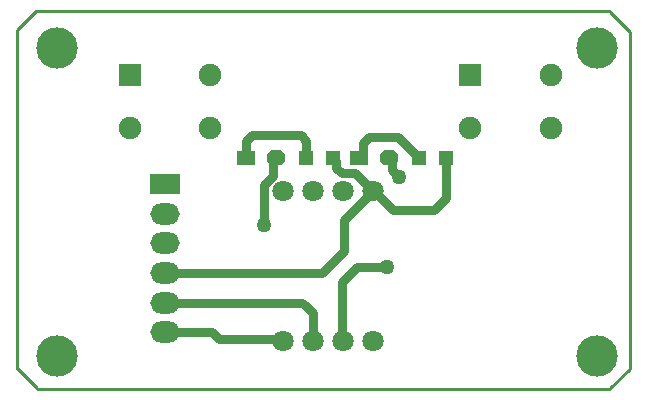
<source format=gtl>
G04*
G04 #@! TF.GenerationSoftware,Altium Limited,Altium Designer,20.0.10 (225)*
G04*
G04 Layer_Physical_Order=1*
G04 Layer_Color=255*
%FSLAX24Y24*%
%MOIN*%
G70*
G01*
G75*
%ADD11C,0.0100*%
G04:AMPARAMS|DCode=14|XSize=60mil|YSize=50mil|CornerRadius=0mil|HoleSize=0mil|Usage=FLASHONLY|Rotation=0.000|XOffset=0mil|YOffset=0mil|HoleType=Round|Shape=Octagon|*
%AMOCTAGOND14*
4,1,8,0.0300,-0.0125,0.0300,0.0125,0.0175,0.0250,-0.0175,0.0250,-0.0300,0.0125,-0.0300,-0.0125,-0.0175,-0.0250,0.0175,-0.0250,0.0300,-0.0125,0.0*
%
%ADD14OCTAGOND14*%

%ADD15R,0.0600X0.0500*%
%ADD16R,0.0500X0.0500*%
%ADD27C,0.0300*%
%ADD28C,0.1378*%
%ADD29O,0.0984X0.0709*%
%ADD30R,0.0984X0.0709*%
%ADD31C,0.0709*%
%ADD32R,0.0748X0.0748*%
%ADD33C,0.0748*%
%ADD34C,0.0500*%
D11*
X19050Y10525D02*
Y21800D01*
X19700Y22450D02*
X38808Y22450D01*
X19725Y9850D02*
X38825Y9850D01*
X39500Y10525D02*
Y21750D01*
X38808Y22450D02*
X38825Y22433D01*
Y22425D02*
X39500Y21750D01*
X38825Y9875D02*
X39475Y10525D01*
X19075D02*
X19725Y9875D01*
X19050Y21800D02*
X19700Y22450D01*
X19900D01*
X19700D02*
X19750D01*
D14*
X27700Y17550D02*
D03*
X31450D02*
D03*
D15*
X26700D02*
D03*
X30450D02*
D03*
D16*
X29600D02*
D03*
X28700D02*
D03*
X33350D02*
D03*
X32450D02*
D03*
D27*
X33350Y16200D02*
Y17550D01*
X32950Y15800D02*
X33350Y16200D01*
X31600Y15800D02*
X32950D01*
X30950Y16450D02*
X31600Y15800D01*
X30928Y16450D02*
X30950D01*
X27878Y11500D02*
X27928Y11450D01*
X25800Y11500D02*
X27878D01*
X24000Y11747D02*
X25553D01*
X25800Y11500D01*
X28568Y12731D02*
X28700Y12600D01*
X28928Y11450D02*
Y12372D01*
X28700Y12600D02*
X28928Y12372D01*
X24000Y12731D02*
X28568D01*
X24000Y13716D02*
X29216D01*
X29950Y14450D01*
Y15472D01*
X30928Y16450D01*
X29700Y17230D02*
Y17450D01*
X30328Y17050D02*
X30928Y16450D01*
X30046Y17050D02*
X30328D01*
X30042Y17054D02*
X30046Y17050D01*
X29876Y17054D02*
X30042D01*
X29700Y17230D02*
X29876Y17054D01*
X29600Y17550D02*
X29700Y17450D01*
X27279Y16656D02*
X27587Y16964D01*
Y17450D01*
X27687Y17550D01*
X27279Y15329D02*
Y16656D01*
X29900Y11478D02*
X29928Y11450D01*
X29900Y11478D02*
Y13400D01*
X30400Y13900D02*
X31400D01*
X29900Y13400D02*
X30400Y13900D01*
X31563Y17137D02*
X31800Y16900D01*
X31563Y17137D02*
Y17450D01*
X31450Y17550D02*
X31463D01*
X31563Y17450D01*
X27687Y17550D02*
X27700D01*
X31750Y18250D02*
X32450Y17550D01*
X30800Y18250D02*
X31750D01*
X30450Y17550D02*
X30500D01*
X30600Y17650D01*
Y18050D01*
X30800Y18250D01*
X26876Y18300D02*
X28524D01*
X28700Y17550D02*
Y18124D01*
X28524Y18300D02*
X28700Y18124D01*
X26700Y17550D02*
Y18124D01*
X26876Y18300D01*
D28*
X20400Y21200D02*
D03*
Y10950D02*
D03*
X38400D02*
D03*
Y21200D02*
D03*
D29*
X24000Y12731D02*
D03*
Y11747D02*
D03*
Y13716D02*
D03*
Y14700D02*
D03*
Y15684D02*
D03*
D30*
Y16668D02*
D03*
D31*
X27928Y16450D02*
D03*
X28928D02*
D03*
X29928D02*
D03*
X30928D02*
D03*
X27928Y11450D02*
D03*
X28928D02*
D03*
X29928D02*
D03*
X30928D02*
D03*
D32*
X22811Y20330D02*
D03*
X34161D02*
D03*
D33*
X22811Y18558D02*
D03*
X25489D02*
D03*
Y20330D02*
D03*
X34161Y18558D02*
D03*
X36839D02*
D03*
Y20330D02*
D03*
D34*
X27279Y15329D02*
D03*
X31400Y13900D02*
D03*
X31800Y16900D02*
D03*
M02*

</source>
